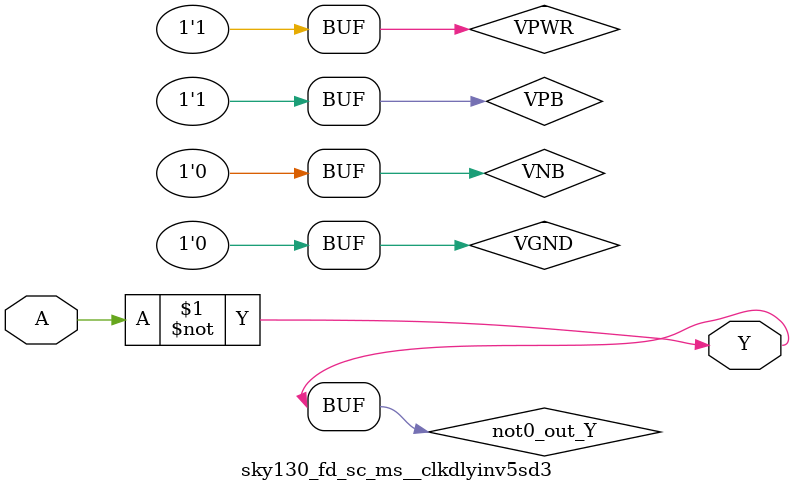
<source format=v>
/*
 * Copyright 2020 The SkyWater PDK Authors
 *
 * Licensed under the Apache License, Version 2.0 (the "License");
 * you may not use this file except in compliance with the License.
 * You may obtain a copy of the License at
 *
 *     https://www.apache.org/licenses/LICENSE-2.0
 *
 * Unless required by applicable law or agreed to in writing, software
 * distributed under the License is distributed on an "AS IS" BASIS,
 * WITHOUT WARRANTIES OR CONDITIONS OF ANY KIND, either express or implied.
 * See the License for the specific language governing permissions and
 * limitations under the License.
 *
 * SPDX-License-Identifier: Apache-2.0
*/


`ifndef SKY130_FD_SC_MS__CLKDLYINV5SD3_BEHAVIORAL_V
`define SKY130_FD_SC_MS__CLKDLYINV5SD3_BEHAVIORAL_V

/**
 * clkdlyinv5sd3: Clock Delay Inverter 5-stage 0.50um length inner
 *                stage gate.
 *
 * Verilog simulation functional model.
 */

`timescale 1ns / 1ps
`default_nettype none

`celldefine
module sky130_fd_sc_ms__clkdlyinv5sd3 (
    Y,
    A
);

    // Module ports
    output Y;
    input  A;

    // Module supplies
    supply1 VPWR;
    supply0 VGND;
    supply1 VPB ;
    supply0 VNB ;

    // Local signals
    wire not0_out_Y;

    //  Name  Output      Other arguments
    not not0 (not0_out_Y, A              );
    buf buf0 (Y         , not0_out_Y     );

endmodule
`endcelldefine

`default_nettype wire
`endif  // SKY130_FD_SC_MS__CLKDLYINV5SD3_BEHAVIORAL_V
</source>
